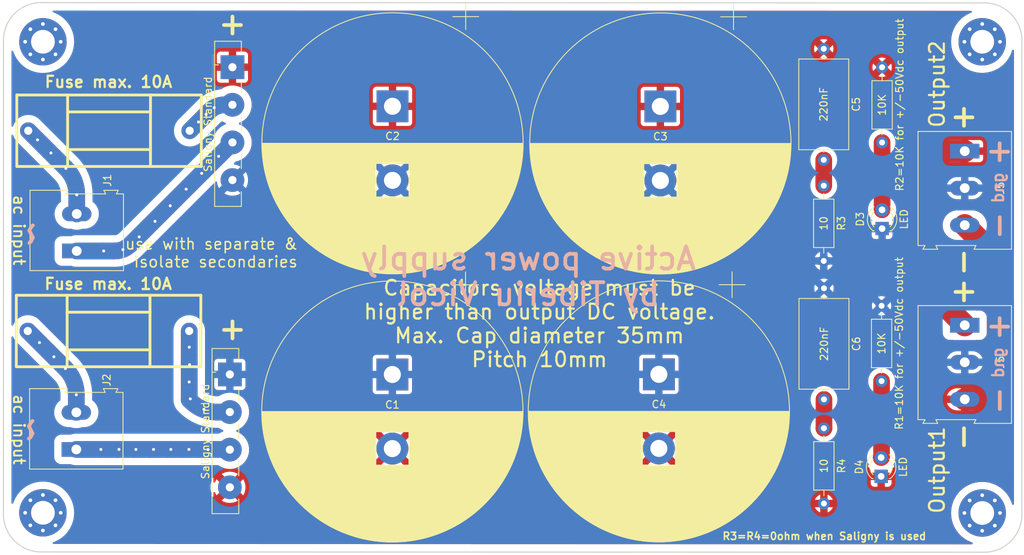
<source format=kicad_pcb>
(kicad_pcb (version 20211014) (generator pcbnew)
  (layers (0 "F.Cu" signal) (31 "B.Cu" signal) (34 "B.Paste" user) (35 "F.Paste" user) (36 "B.SilkS" user "B.Silkscreen") (37 "F.SilkS" user "F.Silkscreen") (38 "B.Mask" user) (39 "F.Mask" user) (44 "Edge.Cuts" user))
  (net 0 "")
  (net 1 "Net-(J1-Pad2)")
  (net 2 "GNDPWR")
  (net 3 "Net-(R2-Pad1)")
  (net 4 "Net-(C5-Pad2)")
  (net 5 "Net-(C6-Pad2)")
  (net 6 "Net-(D1-Pad2)")
  (net 7 "Net-(D1-Pad3)")
  (net 8 "Net-(D2-Pad2)")
  (net 9 "Net-(D3-Pad2)")
  (net 10 "Net-(J2-Pad2)")
  (net 11 "Net-(D2-Pad4)")
  (net 12 "Net-(D2-Pad3)")
  (net 13 "Net-(D4-Pad2)")
  (footprint "Diode_THT:Diode_Bridge_Vishay_GBU" (layer "F.Cu") (at 114.793748 64.470218 -90)
    (fp_text reference "Saligny Standard" (at 7.7 3.3 -90) (layer "F.SilkS"))
    (fp_text value "Active_Bridge_+AA-" hide)
    (pad "1" thru_hole rect locked (at 0 0 270) (size 3.2 3.2) (drill 1.1) (layers *.Cu *.Mask) (net 3 "Net-(R2-Pad1)"))
    (pad "2" thru_hole circle locked (at 5.08 0 270) (size 3.2 3.2) (drill 1.1) (layers *.Cu *.Mask) (net 6 "Net-(D1-Pad2)"))
    (pad "3" thru_hole circle locked (at 10.16 0 270) (size 3.2 3.2) (drill 1.1) (layers *.Cu *.Mask) (net 7 "Net-(D1-Pad3)"))
    (pad "4" thru_hole circle locked (at 15.24 0 270) (size 3.2 3.2) (drill 1.1) (layers *.Cu *.Mask) (net 2 "GNDPWR"))
  )
  (footprint "TerminalBlock:TerminalBlock_Altech_AK300-3_P5.00mm" (layer "F.Cu") (at 213.573748 75.800218 -90)
    (fp_text reference "J5" (at 5 -4.8 90) (layer "F.SilkS"))
    (fp_text value "Conn_01x03_Female" hide)
    (pad "1" thru_hole rect locked (at 0 0 270) (size 1.98 3.96) (drill 1.32) (layers *.Cu *.Mask) (net 3 "Net-(R2-Pad1)"))
    (pad "2" thru_hole oval locked (at 5 0 270) (size 1.98 3.96) (drill 1.32) (layers *.Cu *.Mask) (net 2 "GNDPWR"))
    (pad "3" thru_hole oval locked (at 10 0 270) (size 1.98 3.96) (drill 1.32) (layers *.Cu *.Mask) (net 11 "Net-(D2-Pad4)"))
  )
  (footprint "Capacitor_THT:C_Axial_L12.0mm_D6.5mm_P15.00mm_Horizontal" (layer "F.Cu") (at 194.553748 61.990218 -90)
    (fp_text reference "C5" (at 7.5 -4.37 90) (layer "F.SilkS"))
    (fp_text value "220nF" (at 7.499782 0.003748 90) (layer "F.SilkS"))
    (pad "1" thru_hole circle locked (at 0 0 270) (size 1.6 1.6) (drill 0.8) (layers *.Cu *.Mask) (net 3 "Net-(R2-Pad1)"))
    (pad "2" thru_hole oval locked (at 15 0 270) (size 1.6 1.6) (drill 0.8) (layers *.Cu *.Mask) (net 4 "Net-(C5-Pad2)"))
  )
  (footprint "MountingHole:MountingHole_3.2mm_M3_Pad_Via" (layer "F.Cu") (at 215.93 124.66)
    (fp_text reference "REF**" hide)
    (fp_text value "MountingHole_3.2mm_M3_Pad_Via" hide)
    (pad "1" thru_hole circle locked (at 0 0) (size 6.4 6.4) (drill 3.2) (layers *.Cu *.Mask))
    (pad "1" thru_hole circle locked (at -2.4 0) (size 0.8 0.8) (drill 0.5) (layers *.Cu *.Mask))
    (pad "1" thru_hole circle locked (at 0 2.4) (size 0.8 0.8) (drill 0.5) (layers *.Cu *.Mask))
    (pad "1" thru_hole circle locked (at 2.4 0) (size 0.8 0.8) (drill 0.5) (layers *.Cu *.Mask))
    (pad "1" thru_hole circle locked (at -1.697056 -1.697056) (size 0.8 0.8) (drill 0.5) (layers *.Cu *.Mask))
    (pad "1" thru_hole circle locked (at -1.697056 1.697056) (size 0.8 0.8) (drill 0.5) (layers *.Cu *.Mask))
    (pad "1" thru_hole circle locked (at 0 -2.4) (size 0.8 0.8) (drill 0.5) (layers *.Cu *.Mask))
    (pad "1" thru_hole circle locked (at 1.697056 -1.697056) (size 0.8 0.8) (drill 0.5) (layers *.Cu *.Mask))
    (pad "1" thru_hole circle locked (at 1.697056 1.697056) (size 0.8 0.8) (drill 0.5) (layers *.Cu *.Mask))
  )
  (footprint "fuse:fuse_holder_CQ-2" (layer "F.Cu") (at 98.15 73.05 90)
    (fp_text reference "F1" hide)
    (fp_text value "Fuse max. 10A" (at 6.59 -0.08 180) (layer "F.SilkS") (effects (font (size 1.524 1.524) (thickness 0.3048))))
    (pad "1" thru_hole circle locked (at 0 -10.9 90) (size 2 2) (drill 1.1) (layers *.Cu *.Mask))
    (pad "2" thru_hole circle locked (at 0 10.875 90) (size 2 2) (drill 1.1) (layers *.Cu *.Mask) (net 6 "Net-(D1-Pad2)"))
  )
  (footprint "TerminalBlock:TerminalBlock_Altech_AK300-3_P5.00mm" (layer "F.Cu") (at 213.573748 99.310218 -90)
    (fp_text reference "J5" (at 5 -4.8 90) (layer "F.SilkS"))
    (fp_text value "Conn_01x03_Female" hide)
    (pad "1" thru_hole rect locked (at 0 0 270) (size 1.98 3.96) (drill 1.32) (layers *.Cu *.Mask) (net 3 "Net-(R2-Pad1)"))
    (pad "2" thru_hole oval locked (at 5 0 270) (size 1.98 3.96) (drill 1.32) (layers *.Cu *.Mask) (net 2 "GNDPWR"))
    (pad "3" thru_hole oval locked (at 10 0 270) (size 1.98 3.96) (drill 1.32) (layers *.Cu *.Mask) (net 11 "Net-(D2-Pad4)"))
  )
  (footprint "Resistor_THT:R_Axial_DIN0207_L6.3mm_D2.5mm_P10.16mm_Horizontal" (layer "F.Cu") (at 202.423748 64.480218 -90)
    (fp_text reference "R2=10K for +/-50Vdc output" (at 5.08 -2.37 90) (layer "F.SilkS"))
    (fp_text value "10K" (at 5.08 0.003748 90) (layer "F.SilkS"))
    (pad "1" thru_hole circle locked (at 0 0 270) (size 1.6 1.6) (drill 0.8) (layers *.Cu *.Mask) (net 3 "Net-(R2-Pad1)"))
    (pad "2" thru_hole oval locked (at 10.16 0 270) (size 1.6 1.6) (drill 0.8) (layers *.Cu *.Mask) (net 9 "Net-(D3-Pad2)"))
  )
  (footprint "Capacitor_THT:CP_Radial_D35.0mm_P10.00mm_SnapIn" (layer "F.Cu") (at 172.313748 105.939719 -90)
    (fp_text reference "C4" (at 4.050281 -0.006252) (layer "F.SilkS"))
    (fp_text value "C_Polarized" hide)
    (pad "1" thru_hole rect locked (at 0 0 270) (size 4.3 4.3) (drill 2.3) (layers *.Cu *.Mask) (net 2 "GNDPWR"))
    (pad "2" thru_hole circle locked (at 10 0 270) (size 4.3 4.3) (drill 2.3) (layers *.Cu *.Mask) (net 11 "Net-(D2-Pad4)"))
  )
  (footprint "Diode_THT:Diode_Bridge_Vishay_GBU" (layer "F.Cu") (at 114.443748 105.950218 -90)
    (fp_text reference "Saligny Standard" (at 7.7 3.3 -90) (layer "F.SilkS"))
    (fp_text value "Active_Bridge_+AA-" hide)
    (pad "1" thru_hole rect locked (at 0 0 270) (size 3.2 3.2) (drill 1.1) (layers *.Cu *.Mask) (net 2 "GNDPWR"))
    (pad "2" thru_hole circle locked (at 5.08 0 270) (size 3.2 3.2) (drill 1.1) (layers *.Cu *.Mask) (net 8 "Net-(D2-Pad2)"))
    (pad "3" thru_hole circle locked (at 10.16 0 270) (size 3.2 3.2) (drill 1.1) (layers *.Cu *.Mask) (net 12 "Net-(D2-Pad3)"))
    (pad "4" thru_hole circle locked (at 15.24 0 270) (size 3.2 3.2) (drill 1.1) (layers *.Cu *.Mask) (net 11 "Net-(D2-Pad4)"))
  )
  (footprint "TerminalBlock:TerminalBlock_Altech_AK300-2_P5.00mm" (layer "F.Cu") (at 93.79 89.285 90)
    (fp_text reference "J1" (at 9.525 4.13 90) (layer "F.SilkS"))
    (fp_text value "Conn_01x02_Female" hide)
    (pad "1" thru_hole rect locked (at 0 0 90) (size 1.98 3.96) (drill 1.32) (layers *.Cu *.Mask) (net 7 "Net-(D1-Pad3)"))
    (pad "2" thru_hole oval locked (at 5 0 90) (size 1.98 3.96) (drill 1.32) (layers *.Cu *.Mask) (net 1 "Net-(J1-Pad2)"))
  )
  (footprint "Resistor_THT:R_Axial_DIN0207_L6.3mm_D2.5mm_P10.16mm_Horizontal" (layer "F.Cu") (at 194.573748 113.220218 -90)
    (fp_text reference "R4" (at 5.08 -2.37 90) (layer "F.SilkS"))
    (fp_text value "10" (at 5.08 -0.006252 90) (layer "F.SilkS"))
    (pad "1" thru_hole circle locked (at 0 0 270) (size 1.6 1.6) (drill 0.8) (layers *.Cu *.Mask) (net 5 "Net-(C6-Pad2)"))
    (pad "2" thru_hole oval locked (at 10.16 0 270) (size 1.6 1.6) (drill 0.8) (layers *.Cu *.Mask) (net 11 "Net-(D2-Pad4)"))
  )
  (footprint "LED_THT:LED_D3.0mm" (layer "F.Cu") (at 202.293748 119.715218 90)
    (fp_text reference "D4" (at 1.27 -2.96 90) (layer "F.SilkS"))
    (fp_text value "LED" (at 1.27 2.96 90) (layer "F.SilkS"))
    (pad "1" thru_hole rect locked (at 0 0 90) (size 1.8 1.8) (drill 0.9) (layers *.Cu *.Mask) (net 11 "Net-(D2-Pad4)"))
    (pad "2" thru_hole circle locked (at 2.54 0 90) (size 1.8 1.8) (drill 0.9) (layers *.Cu *.Mask) (net 13 "Net-(D4-Pad2)"))
  )
  (footprint "Resistor_THT:R_Axial_DIN0207_L6.3mm_D2.5mm_P10.16mm_Horizontal" (layer "F.Cu") (at 194.553748 80.470218 -90)
    (fp_text reference "R3" (at 5.08 -2.37 90) (layer "F.SilkS"))
    (fp_text value "10" (at 5.08 -0.006252 90) (layer "F.SilkS"))
    (pad "1" thru_hole circle locked (at 0 0 270) (size 1.6 1.6) (drill 0.8) (layers *.Cu *.Mask) (net 4 "Net-(C5-Pad2)"))
    (pad "2" thru_hole oval locked (at 10.16 0 270) (size 1.6 1.6) (drill 0.8) (layers *.Cu *.Mask) (net 2 "GNDPWR"))
  )
  (footprint "Capacitor_THT:C_Axial_L12.0mm_D6.5mm_P15.00mm_Horizontal" (layer "F.Cu") (at 194.583748 94.320218 -90)
    (fp_text reference "C6" (at 7.5 -4.37 90) (layer "F.SilkS"))
    (fp_text value "220nF" (at 7.5 -0.026252 90) (layer "F.SilkS"))
    (pad "1" thru_hole circle locked (at 0 0 270) (size 1.6 1.6) (drill 0.8) (layers *.Cu *.Mask) (net 2 "GNDPWR"))
    (pad "2" thru_hole oval locked (at 15 0 270) (size 1.6 1.6) (drill 0.8) (layers *.Cu *.Mask) (net 5 "Net-(C6-Pad2)"))
  )
  (footprint "Capacitor_THT:CP_Radial_D35.0mm_P10.00mm_SnapIn" (layer "F.Cu") (at 136.383748 69.749719 -90)
    (fp_text reference "C2" (at 4.040281 -0.006252) (layer "F.SilkS"))
    (fp_text value "C_Polarized" hide)
    (pad "1" thru_hole rect locked (at 0 0 270) (size 4.3 4.3) (drill 2.3) (layers *.Cu *.Mask) (net 3 "Net-(R2-Pad1)"))
    (pad "2" thru_hole circle locked (at 10 0 270) (size 4.3 4.3) (drill 2.3) (layers *.Cu *.Mask) (net 2 "GNDPWR"))
  )
  (footprint "MountingHole:MountingHole_3.2mm_M3_Pad_Via" (layer "F.Cu") (at 215.93 61.04)
    (fp_text reference "REF**" hide)
    (fp_text value "MountingHole_3.2mm_M3_Pad_Via" hide)
    (pad "1" thru_hole circle locked (at -1.697056 -1.697056) (size 0.8 0.8) (drill 0.5) (layers *.Cu *.Mask))
    (pad "1" thru_hole circle locked (at 1.697056 1.697056) (size 0.8 0.8) (drill 0.5) (layers *.Cu *.Mask))
    (pad "1" thru_hole circle locked (at 0 0) (size 6.4 6.4) (drill 3.2) (layers *.Cu *.Mask))
    (pad "1" thru_hole circle locked (at 0 2.4) (size 0.8 0.8) (drill 0.5) (layers *.Cu *.Mask))
    (pad "1" thru_hole circle locked (at 1.697056 -1.697056) (size 0.8 0.8) (drill 0.5) (layers *.Cu *.Mask))
    (pad "1" thru_hole circle locked (at -1.697056 1.697056) (size 0.8 0.8) (drill 0.5) (layers *.Cu *.Mask))
    (pad "1" thru_hole circle locked (at 2.4 0) (size 0.8 0.8) (drill 0.5) (layers *.Cu *.Mask))
    (pad "1" thru_hole circle locked (at 0 -2.4) (size 0.8 0.8) (drill 0.5) (layers *.Cu *.Mask))
    (pad "1" thru_hole circle locked (at -2.4 0) (size 0.8 0.8) (drill 0.5) (layers *.Cu *.Mask))
  )
  (footprint "MountingHole:MountingHole_3.2mm_M3_Pad_Via" (layer "F.Cu") (at 89.23 124.63)
    (fp_text reference "REF**" hide)
    (fp_text value "MountingHole_3.2mm_M3_Pad_Via" hide)
    (pad "1" thru_hole circle locked (at -1.697056 1.697056) (size 0.8 0.8) (drill 0.5) (layers *.Cu *.Mask))
    (pad "1" thru_hole circle locked (at 1.697056 1.697056) (size 0.8 0.8) (drill 0.5) (layers *.Cu *.Mask))
    (pad "1" thru_hole circle locked (at 0 -2.4) (size 0.8 0.8) (drill 0.5) (layers *.Cu *.Mask))
    (pad "1" thru_hole circle locked (at -2.4 0) (size 0.8 0.8) (drill 0.5) (layers *.Cu *.Mask))
    (pad "1" thru_hole circle locked (at 2.4 0) (size 0.8 0.8) (drill 0.5) (layers *.Cu *.Mask))
    (pad "1" thru_hole circle locked (at -1.697056 -1.697056) (size 0.8 0.8) (drill 0.5) (layers *.Cu *.Mask))
    (pad "1" thru_hole circle locked (at 0 2.4) (size 0.8 0.8) (drill 0.5) (layers *.Cu *.Mask))
    (pad "1" thru_hole circle locked (at 0 0) (size 6.4 6.4) (drill 3.2) (layers *.Cu *.Mask))
    (pad "1" thru_hole circle locked (at 1.697056 -1.697056) (size 0.8 0.8) (drill 0.5) (layers *.Cu *.Mask))
  )
  (footprint "LED_THT:LED_D3.0mm" (layer "F.Cu") (at 202.423748 86.265218 90)
    (fp_text reference "D3" (at 1.27 -2.96 90) (layer "F.SilkS"))
    (fp_text value "LED" (at 1.27 2.96 90) (layer "F.SilkS"))
    (pad "1" thru_hole rect locked (at 0 0 90) (size 1.8 1.8) (drill 0.9) (layers *.Cu *.Mask) (net 2 "GNDPWR"))
    (pad "2" thru_hole circle locked (at 2.54 0 90) (size 1.8 1.8) (drill 0.9) (layers *.Cu *.Mask) (net 9 "Net-(D3-Pad2)"))
  )
  (footprint "MountingHole:MountingHole_3.2mm_M3_Pad_Via" (layer "F.Cu") (at 89.23 61.04)
    (fp_text reference "REF**" hide)
    (fp_text value "MountingHole_3.2mm_M3_Pad_Via" hide)
    (pad "1" thru_hole circle locked (at -2.4 0) (size 0.8 0.8) (drill 0.5) (layers *.Cu *.Mask))
    (pad "1" thru_hole circle locked (at 0 -2.4) (size 0.8 0.8) (drill 0.5) (layers *.Cu *.Mask))
    (pad "1" thru_hole circle locked (at -1.697056 -1.697056) (size 0.8 0.8) (drill 0.5) (layers *.Cu *.Mask))
    (pad "1" thru_hole circle locked (at 1.697056 -1.697056) (size 0.8 0.8) (drill 0.5) (layers *.Cu *.Mask))
    (pad "1" thru_hole circle locked (at 0 2.4) (size 0.8 0.8) (drill 0.5) (layers *.Cu *.Mask))
    (pad "1" thru_hole circle locked (at 1.697056 1.697056) (size 0.8 0.8) (drill 0.5) (layers *.Cu *.Mask))
    (pad "1" thru_hole circle locked (at 2.4 0) (size 0.8 0.8) (drill 0.5) (layers *.Cu *.Mask))
    (pad "1" thru_hole circle locked (at -1.697056 1.697056) (size 0.8 0.8) (drill 0.5) (layers *.Cu *.Mask))
    (pad "1" thru_hole circle locked (at 0 0) (size 6.4 6.4) (drill 3.2) (layers *.Cu *.Mask))
  )
  (footprint "Capacitor_THT:CP_Radial_D35.0mm_P10.00mm_SnapIn" (layer "F.Cu") (at 136.363748 105.960218 -90)
    (fp_text reference "C1" (at 4.089782 -0.006252) (layer "F.SilkS"))
    (fp_text value "C_Polarized" hide)
    (pad "1" thru_hole rect locked (at 0 0 270) (size 4.3 4.3) (drill 2.3) (layers *.Cu *.Mask) (net 2 "GNDPWR"))
    (pad "2" thru_hole circle locked (at 10 0 270) (size 4.3 4.3) (drill 2.3) (layers *.Cu *.Mask) (net 11 "Net-(D2-Pad4)"))
  )
  (footprint "TerminalBlock:TerminalBlock_Altech_AK300-2_P5.00mm" (layer "F.Cu") (at 93.733748 116.075218 90)
    (fp_text reference "J2" (at 9.355218 4.106252 90) (layer "F.SilkS"))
    (fp_text value "Conn_01x02_Female" hide)
    (pad "1" thru_hole rect locked (at 0 0 90) (size 1.98 3.96) (drill 1.32) (layers *.Cu *.Mask) (net 12 "Net-(D2-Pad3)"))
    (pad "2" thru_hole oval locked (at 5 0 90) (size 1.98 3.96) (drill 1.32) (layers *.Cu *.Mask) (net 10 "Net-(J2-Pad2)"))
  )
  (footprint "Capacitor_THT:CP_Radial_D35.0mm_P10.00mm_SnapIn" (layer "F.Cu") (at 172.513748 69.769719 -90)
    (fp_text reference "C3" (at 4.060281 0) (layer "F.SilkS"))
    (fp_text value "C_Polarized" hide)
    (pad "1" thru_hole rect locked (at 0 0 270) (size 4.3 4.3) (drill 2.3) (layers *.Cu *.Mask) (net 3 "Net-(R2-Pad1)"))
    (pad "2" thru_hole circle locked (at 10 0 270) (size 4.3 4.3) (drill 2.3) (layers *.Cu *.Mask) (net 2 "GNDPWR"))
  )
  (footprint "Resistor_THT:R_Axial_DIN0207_L6.3mm_D2.5mm_P10.16mm_Horizontal" (layer "F.Cu") (at 202.353748 96.690218 -90)
    (fp_text reference "R1=10K for +/-50Vdc output" (at 5.08 -2.37 90) (layer "F.SilkS"))
    (fp_text value "10K" (at 5.08 -0.006252 90) (layer "F.SilkS"))
    (pad "1" thru_hole circle locked (at 0 0 270) (size 1.6 1.6) (drill 0.8) (layers *.Cu *.Mask) (net 2 "GNDPWR"))
    (pad "2" thru_hole oval locked (at 10.16 0 270) (size 1.6 1.6) (drill 0.8) (layers *.Cu *.Mask) (net 13 "Net-(D4-Pad2)"))
  )
  (footprint "fuse:fuse_holder_CQ-2" (layer "F.Cu") (at 98.083748 100.090218 90)
    (fp_text reference "F2" hide)
    (fp_text value "Fuse max. 10A" (at 6.360218 -0.053748 180) (layer "F.SilkS") (effects (font (size 1.524 1.524) (thickness 0.3048))))
    (pad "1" thru_hole circle locked (at 0 -10.9 90) (size 2 2) (drill 1.1) (layers *.Cu *.Mask))
    (pad "2" thru_hole circle locked (at 0 10.875 90) (size 2 2) (drill 1.1) (layers *.Cu *.Mask) (net 8 "Net-(D2-Pad2)"))
  )
  (gr_line (start 89.153746 55.750219) (end 216.343748 55.790218) (layer "Edge.Cuts") (width 0.15))
  (gr_line (start 221.285403 61.034461) (end 221.282419 125.013272) (layer "Edge.Cuts") (width 0.15))
  (gr_arc (start 221.282419 125.013272) (mid 219.683748 128.570217) (end 216.038177 129.954926) (layer "Edge.Cuts") (width 0.15))
  (gr_line (start 83.909503 60.691874) (end 83.906519 124.670685) (layer "Edge.Cuts") (width 0.15))
  (gr_arc (start 216.343748 55.790218) (mid 219.900693 57.388889) (end 221.285402 61.03446) (layer "Edge.Cuts") (width 0.15))
  (gr_line (start 216.038176 129.954927) (end 88.848174 129.914928) (layer "Edge.Cuts") (width 0.15))
  (gr_arc (start 83.909503 60.691874) (mid 85.508174 57.134929) (end 89.153745 55.75022) (layer "Edge.Cuts") (width 0.15))
  (gr_arc (start 88.848174 129.914928) (mid 85.291229 128.316257) (end 83.90652 124.670686) (layer "Edge.Cuts") (width 0.15))
  (gr_text "~" (at 87.44 113.55 90) (layer "B.SilkS") (effects (font (size 5 5) (thickness 0.5)) (justify mirror)))
  (gr_text "gnd" (at 218.07 104.37 90) (layer "B.SilkS") (effects (font (size 1.5 1.5) (thickness 0.3)) (justify mirror)))
  (gr_text "-" (at 218.08 109.48 90) (layer "B.SilkS") (effects (font (size 3 3) (thickness 0.5))))
  (gr_text "+" (at 218.28 99.28) (layer "B.SilkS") (effects (font (size 3 3) (thickness 0.5))))
  (gr_text "+" (at 218.28 75.67) (layer "B.SilkS") (effects (font (size 3 3) (thickness 0.5))))
  (gr_text "gnd" (at 218.07 80.76 90) (layer "B.SilkS") (effects (font (size 1.5 1.5) (thickness 0.3)) (justify mirror)))
  (gr_text "-" (at 218.08 85.87 90) (layer "B.SilkS") (effects (font (size 3 3) (thickness 0.5))))
  (gr_text "~" (at 87.49 87.129782 90) (layer "B.SilkS") (effects (font (size 5 5) (thickness 0.5)) (justify mirror)))
  (gr_text "Active power supply\nby Tiberiu Vicol" (at 154.69 92.72) (layer "B.SilkS") (effects (font (size 3 3) (thickness 0.5)) (justify mirror)))
  (gr_text "ac input" (at 86.01 113.4 270) (layer "F.SilkS") (effects (font (size 1.5 1.5) (thickness 0.25))))
  (gr_text "Output1" (at 209.84 118.86 90) (layer "F.SilkS") (effects (font (size 2 2) (thickness 0.3))))
  (gr_text "use with separate & \nisolate secondaries" (at 112.54 89.54) (layer "F.SilkS") (effects (font (size 1.5 1.5) (thickness 0.2))))
  (gr_text "-" (at 213.25 90.79 90) (layer "F.SilkS") (effects (font (size 3 3) (thickness 0.5))))
  (gr_text "ac input" (at 86.01 86.49 270) (layer "F.SilkS") (effects (font (size 1.5 1.5) (thickness 0.25))))
  (gr_text "+" (at 213.47 94.59) (layer "F.SilkS") (effects (font (size 3 3) (thickness 0.5))))
  (gr_text "+" (at 114.8 99.72) (layer "F.SilkS") (effects (font (size 3 3) (thickness 0.5))))
  (gr_text "Output2" (at 209.84 66.75 90) (layer "F.SilkS") (effects (font (size 2 2) (thickness 0.3))))
  (gr_text "Capacitors voltage must be\nhigher than output DC voltage.\nMax. Cap diameter 35mm\nPitch 10mm" (at 156.2 99.1) (layer "F.SilkS") (effects (font (size 2 2) (thickness 0.3))))
  (gr_text "+" (at 114.8 58.56) (layer "F.SilkS") (effects (font (size 3 3) (thickness 0.5))))
  (gr_text "-" (at 213.25 114.36 90) (layer "F.SilkS") (effects (font (size 3 3) (thickness 0.5))))
  (gr_text "+" (at 213.47 71.02) (layer "F.SilkS") (effects (font (size 3 3) (thickness 0.5))))
  (gr_text "R3=R4=0ohm when Saligny is used" (at 194.63 127.79) (layer "F.SilkS") (effects (font (size 1 1) (thickness 0.2))))
  (segment (start 90.78805 76.57195) (end 90.02805 75.81195) (width 2.25) (layer "F.Cu") (net 1))
  (segment (start 89.26305 75.04695) (end 88.49805 74.28195) (width 2.25) (layer "F.Cu") (net 1))
  (segment (start 93.79 84.285) (end 93.79 81.644968) (width 2.25) (layer "F.Cu") (net 1))
  (segment (start 92.325534 78.109434) (end 90.78805 76.57195) (width 2.25) (layer "F.Cu") (net 1))
  (segment (start 88.49805 74.28195) (end 87.2661 73.05) (width 2.25) (layer "F.Cu") (net 1))
  (segment (start 90.02805 75.81195) (end 89.26305 75.04695) (width 2.25) (layer "F.Cu") (net 1))
  (via (at 88.49805 74.28195) (size 0.8) (drill 0.4) (layers "F.Cu" "B.Cu") (net 1))
  (via (at 92.32 78.13) (size 0.8) (drill 0.4) (layers "F.Cu" "B.Cu") (net 1))
  (via (at 90.31 76.05) (size 0.8) (drill 0.4) (layers "F.Cu" "B.Cu") (net 1))
  (via (at 93.79 81.7) (size 0.8) (drill 0.4) (layers "F.Cu" "B.Cu") (net 1))
  (arc (start 93.79 81.644968) (mid 93.409398 79.731551) (end 92.325534 78.109434) (width 2.25) (layer "F.Cu") (net 1))
  (segment (start 92.325534 78.109434) (end 87.2661 73.05) (width 2.25) (layer "B.Cu") (net 1))
  (segment (start 93.79 84.285) (end 93.79 81.644968) (width 2.25) (layer "B.Cu") (net 1))
  (arc (start 93.79 81.644968) (mid 93.409398 79.731551) (end 92.325534 78.109434) (width 2.25) (layer "B.Cu") (net 1))
  (segment (start 213.573748 99.310218) (end 208.654466 94.390936) (width 3) (layer "F.Cu") (net 3))
  (segment (start 207.19 90.855402) (end 207.19 80.151068) (width 3) (layer "F.Cu") (net 3))
  (segment (start 209.469782 75.800218) (end 213.573748 75.800218) (width 3) (layer "F.Cu") (net 3))
  (segment (start 208.654466 76.615534) (end 209.469782 75.800218) (width 3) (layer "F.Cu") (net 3))
  (arc (start 208.654466 94.390936) (mid 207.570602 92.768819) (end 207.19 90.855402) (width 3) (layer "F.Cu") (net 3))
  (arc (start 208.654466 76.615534) (mid 207.570602 78.237651) (end 207.19 80.151068) (width 3) (layer "F.Cu") (net 3))
  (segment (start 194.553748 80.470218) (end 194.553748 76.990218) (width 2.25) (layer "F.Cu") (net 4))
  (segment (start 194.583748 113.210218) (end 194.573748 113.220218) (width 2.25) (layer "F.Cu") (net 5))
  (segment (start 194.583748 109.320218) (end 194.583748 113.210218) (width 2.25) (layer "F.Cu") (net 5))
  (segment (start 110.87195 71.21195) (end 110.21695 71.86695) (width 2.25) (layer "F.Cu") (net 6))
  (segment (start 111.655002 70.428898) (end 110.87195 71.21195) (width 2.25) (layer "F.Cu") (net 6))
  (segment (start 110.21695 71.86695) (end 109.0339 73.05) (width 2.25) (layer "F.Cu") (net 6))
  (segment (start 114.793748 69.550218) (end 113.776323 69.550218) (width 2.25) (layer "F.Cu") (net 6))
  (via (at 110.21695 71.86695) (size 0.8) (drill 0.4) (layers "F.Cu" "B.Cu") (net 6))
  (via (at 112.33 69.94) (size 0.8) (drill 0.4) (layers "F.Cu" "B.Cu") (net 6))
  (via (at 111.24 70.84) (size 0.8) (drill 0.4) (layers "F.Cu" "B.Cu") (net 6))
  (arc (start 113.776323 69.550218) (mid 112.628272 69.77858) (end 111.655002 70.428898) (width 2.25) (layer "F.Cu") (net 6))
  (segment (start 114.793748 69.550218) (end 113.776323 69.550218) (width 2.25) (layer "B.Cu") (net 6))
  (segment (start 111.655002 70.428898) (end 109.0339 73.05) (width 2.25) (layer "B.Cu") (net 6))
  (arc (start 113.776323 69.550218) (mid 112.628272 69.77858) (end 111.655002 70.428898) (width 2.25) (layer "B.Cu") (net 6))
  (segment (start 93.791034 89.29) (end 98.897359 89.29) (width 2.25) (layer "F.Cu") (net 7))
  (segment (start 101.01868 88.41132) (end 105.17 84.26) (width 2.25) (layer "F.Cu") (net 7))
  (segment (start 107.085 82.345) (end 108.9 80.53) (width 2.25) (layer "F.Cu") (net 7))
  (segment (start 105.17 84.26) (end 107.085 82.345) (width 2.25) (layer "F.Cu") (net 7))
  (segment (start 108.9 80.53) (end 110.865 78.565) (width 2.25) (layer "F.Cu") (net 7))
  (segment (start 110.865 78.565) (end 112.925 76.505) (width 2.25) (layer "F.Cu") (net 7))
  (segment (start 112.925 76.505) (end 114.794782 74.635218) (width 2.25) (layer "F.Cu") (net 7))
  (via (at 106.4 83.18) (size 0.8) (drill 0.4) (layers "F.Cu" "B.Cu") (net 7))
  (via (at 110.65 78.8) (size 0.8) (drill 0.4) (layers "F.Cu" "B.Cu") (net 7))
  (via (at 112.925 76.505) (size 0.8) (drill 0.4) (layers "F.Cu" "B.Cu") (net 7))
  (via (at 102.21 87.38) (size 0.8) (drill 0.4) (layers "F.Cu" "B.Cu") (net 7))
  (via (at 97.425 89.285) (size 0.8) (drill 0.4) (layers "F.Cu" "B.Cu") (net 7))
  (via (at 108.55 80.94) (size 0.8) (drill 0.4) (layers "F.Cu" "B.Cu") (net 7))
  (via (at 100.02 89.1) (size 0.8) (drill 0.4) (layers "F.Cu" "B.Cu") (net 7))
  (via (at 104.35 85.28) (size 0.8) (drill 0.4) (layers "F.Cu" "B.Cu") (net 7))
  (arc (start 101.01868 88.41132) (mid 100.04541 89.061639) (end 98.897359 89.29) (width 2.25) (layer "F.Cu") (net 7))
  (segment (start 97.425 89.285) (end 98.896325 89.285) (width 2.25) (layer "B.Cu") (net 7))
  (segment (start 101.017646 88.40632) (end 103.156983 86.266983) (width 2.25) (layer "B.Cu") (net 7))
  (segment (start 93.79 89.285) (end 97.425 89.285) (width 2.25) (layer "B.Cu") (net 7))
  (segment (start 103.156983 86.266983) (end 114.793748 74.630218) (width 2.25) (layer "B.Cu") (net 7))
  (arc (start 101.017646 88.40632) (mid 100.044376 89.056639) (end 98.896325 89.285) (width 2.25) (layer "B.Cu") (net 7))
  (segment (start 108.967648 103.342352) (end 108.967648 102.272352) (width 2.25) (layer "F.Cu") (net 8))
  (segment (start 114.443748 111.030218) (end 112.691286 111.030218) (width 2.25) (layer "F.Cu") (net 8))
  (segment (start 108.967648 105.412352) (end 108.967648 104.372352) (width 2.25) (layer "F.Cu") (net 8))
  (segment (start 109.155752 109.565752) (end 108.967648 109.377648) (width 2.25) (layer "F.Cu") (net 8))
  (segment (start 108.967648 109.377648) (end 108.967648 106.722352) (width 2.25) (layer "F.Cu") (net 8))
  (segment (start 108.967648 104.372352) (end 108.967648 103.342352) (width 2.25) (layer "F.Cu") (net 8))
  (segment (start 108.967648 102.272352) (end 108.967648 100.090218) (width 2.25) (layer "F.Cu") (net 8))
  (segment (start 108.967648 106.722352) (end 108.967648 105.412352) (width 2.25) (layer "F.Cu") (net 8))
  (via (at 109.11 109.25) (size 0.8) (drill 0.4) (layers "F.Cu" "B.Cu") (net 8))
  (via (at 108.967648 102.272352) (size 0.8) (drill 0.4) (layers "F.Cu" "B.Cu") (net 8))
  (via (at 110.95 110.66) (size 0.8) (drill 0.4) (layers "F.Cu" "B.Cu") (net 8))
  (via (at 109.01 104.64) (size 0.8) (drill 0.4) (layers "F.Cu" "B.Cu") (net 8))
  (via (at 108.96 106.97) (size 0.8) (drill 0.4) (layers "F.Cu" "B.Cu") (net 8))
  (arc (start 112.691286 111.030218) (mid 110.777869 110.649616) (end 109.155752 109.565752) (width 2.25) (layer "F.Cu") (net 8))
  (segment (start 108.967648 109.377648) (end 108.967648 100.090218) (width 2.25) (layer "B.Cu") (net 8))
  (segment (start 109.155752 109.565752) (end 108.967648 109.377648) (width 2.25) (layer "B.Cu") (net 8))
  (segment (start 114.443748 111.030218) (end 112.691286 111.030218) (width 2.25) (layer "B.Cu") (net 8))
  (arc (start 112.691286 111.030218) (mid 110.777869 110.649616) (end 109.155752 109.565752) (width 2.25) (layer "B.Cu") (net 8))
  (segment (start 202.423748 74.640218) (end 202.423748 83.725218) (width 2.25) (layer "F.Cu") (net 9))
  (segment (start 93.733748 111.075218) (end 93.733748 108.695186) (width 2.25) (layer "F.Cu") (net 10))
  (segment (start 91.319815 104.210185) (end 90.009815 102.900185) (width 2.25) (layer "F.Cu") (net 10))
  (segment (start 92.269282 105.159652) (end 91.319815 104.210185) (width 2.25) (layer "F.Cu") (net 10))
  (segment (start 88.764815 101.655185) (end 87.199848 100.090218) (width 2.25) (layer "F.Cu") (net 10))
  (segment (start 90.009815 102.900185) (end 88.764815 101.655185) (width 2.25) (layer "F.Cu") (net 10))
  (via (at 93.733748 108.695186) (size 0.8) (drill 0.4) (layers "F.Cu" "B.Cu") (net 10))
  (via (at 88.764815 101.655185) (size 0.8) (drill 0.4) (layers "F.Cu" "B.Cu") (net 10))
  (via (at 90.71 103.57) (size 0.8) (drill 0.4) (layers "F.Cu" "B.Cu") (net 10))
  (via (at 92.269282 105.159652) (size 0.8) (drill 0.4) (layers "F.Cu" "B.Cu") (net 10))
  (arc (start 92.269282 105.159652) (mid 93.353146 106.781769) (end 93.733748 108.695186) (width 2.25) (layer "F.Cu") (net 10))
  (segment (start 93.733748 111.075218) (end 93.733748 108.695186) (width 2.25) (layer "B.Cu") (net 10))
  (segment (start 92.269282 105.159652) (end 87.199848 100.090218) (width 2.25) (layer "B.Cu") (net 10))
  (arc (start 92.269282 105.159652) (mid 93.353146 106.781769) (end 93.733748 108.695186) (width 2.25) (layer "B.Cu") (net 10))
  (segment (start 213.573748 85.800218) (end 217.105534 89.332004) (width 3) (layer "F.Cu") (net 11))
  (segment (start 216.099782 109.310218) (end 213.573748 109.310218) (width 3) (layer "F.Cu") (net 11))
  (segment (start 218.57 92.867538) (end 218.57 104.768932) (width 3) (layer "F.Cu") (net 11))
  (segment (start 217.105534 108.304466) (end 216.099782 109.310218) (width 3) (layer "F.Cu") (net 11))
  (arc (start 218.57 92.867538) (mid 218.189398 90.954121) (end 217.105534 89.332004) (width 3) (layer "F.Cu") (net 11))
  (arc (start 218.57 104.768932) (mid 218.189398 106.682349) (end 217.105534 108.304466) (width 3) (layer "F.Cu") (net 11))
  (segment (start 99.284782 116.075218) (end 101.464782 116.075218) (width 2.25) (layer "F.Cu") (net 12))
  (segment (start 101.464782 116.075218) (end 103.634782 116.075218) (width 2.25) (layer "F.Cu") (net 12))
  (segment (start 93.733748 116.075218) (end 97.044782 116.075218) (width 2.25) (layer "F.Cu") (net 12))
  (segment (start 108.054782 116.075218) (end 110.354782 116.075218) (width 2.25) (layer "F.Cu") (net 12))
  (segment (start 114.408748 116.075218) (end 114.443748 116.110218) (width 2.25) (layer "F.Cu") (net 12))
  (segment (start 105.944782 116.075218) (end 108.054782 116.075218) (width 2.25) (layer "F.Cu") (net 12))
  (segment (start 103.634782 116.075218) (end 105.944782 116.075218) (width 2.25) (layer "F.Cu") (net 12))
  (segment (start 97.044782 116.075218) (end 99.284782 116.075218) (width 2.25) (layer "F.Cu") (net 12))
  (segment (start 110.354782 116.075218) (end 114.408748 116.075218) (width 2.25) (layer "F.Cu") (net 12))
  (via (at 111.5 116.1) (size 0.8) (drill 0.4) (layers "F.Cu" "B.Cu") (net 12))
  (via (at 99.49 116.075218) (size 0.8) (drill 0.4) (layers "F.Cu" "B.Cu") (net 12))
  (via (at 106.482401 116.075218) (size 0.8) (drill 0.4) (layers "F.Cu" "B.Cu") (net 12))
  (via (at 104.15 116.075218) (size 0.8) (drill 0.4) (layers "F.Cu" "B.Cu") (net 12))
  (via (at 101.77 116.075218) (size 0.8) (drill 0.4) (layers "F.Cu" "B.Cu") (net 12))
  (via (at 108.92 116.075218) (size 0.8) (drill 0.4) (layers "F.Cu" "B.Cu") (net 12))
  (via (at 97.044782 116.075218) (size 0.8) (drill 0.4) (layers "F.Cu" "B.Cu") (net 12))
  (segment (start 93.733748 116.075218) (end 114.408748 116.075218) (width 2.25) (layer "B.Cu") (net 12))
  (segment (start 202.353748 117.115218) (end 202.293748 117.175218) (width 2.25) (layer "F.Cu") (net 13))
  (segment (start 202.353748 106.850218) (end 202.353748 117.115218) (width 2.25) (layer "F.Cu") (net 13))
  (zone (net 11) (net_name "Net-(D2-Pad4)") (layer "F.Cu") (connect_pads (clearance 1)) (min_thickness 0.254) (fill yes (thermal_gap 0.5) (thermal_bridge_width 1) (smoothing fillet) (radius 5))
    (polygon (pts (xy 221.33 94.180279) (xy 221.280806 130.217773) (xy 112.220806 130.357773) (xy 112.23 94.100279)))
  )
  (zone (net 3) (net_name "Net-(R2-Pad1)") (layer "F.Cu") (connect_pads (clearance 1)) (min_thickness 0.254) (fill yes (thermal_gap 0.5) (thermal_bridge_width 1) (smoothing fillet) (radius 5))
    (polygon (pts (xy 221.33 55.63) (xy 221.280806 91.667494) (xy 112.220806 91.807494) (xy 112.23 55.55)))
  )
  (zone (net 2) (net_name "GNDPWR") (layer "B.Cu") (connect_pads (clearance 1)) (min_thickness 0.254) (fill yes (thermal_gap 0.5) (thermal_bridge_width 1) (smoothing fillet) (radius 5))
    (polygon (pts (xy 221.374404 55.581563) (xy 221.37 130.32) (xy 83.734193 130.31201) (xy 83.44 55.4) (xy 92.158152 55.421781)))
  )
)
</source>
